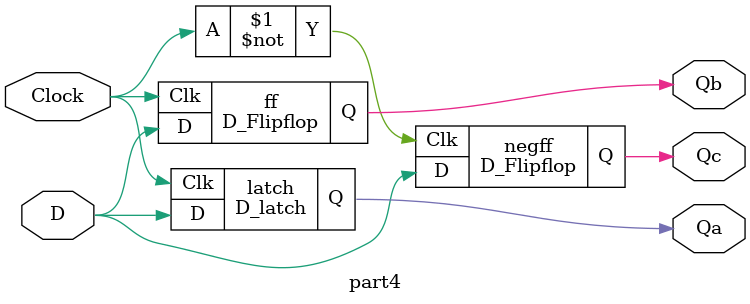
<source format=v>
module D_latch(input D,Clk,output reg Q);
	always @ (D,Clk)
		if(Clk)
			Q = D;
endmodule

module D_Flipflop(input D,Clk,output reg Q);
	always@(posedge Clk)
		Q<=D;
endmodule

/*module neg_D_Flipflop(input D,Clk,output reg Q);
	always@(negedge Clk)
		Q<=D;
endmodule*/

module part4(input D,Clock, output Qa,Qb,Qc);
	D_latch latch (D,Clock,Qa);
	D_Flipflop ff (D,Clock,Qb);
	D_Flipflop negff (D,~Clock,Qc);
endmodule

</source>
